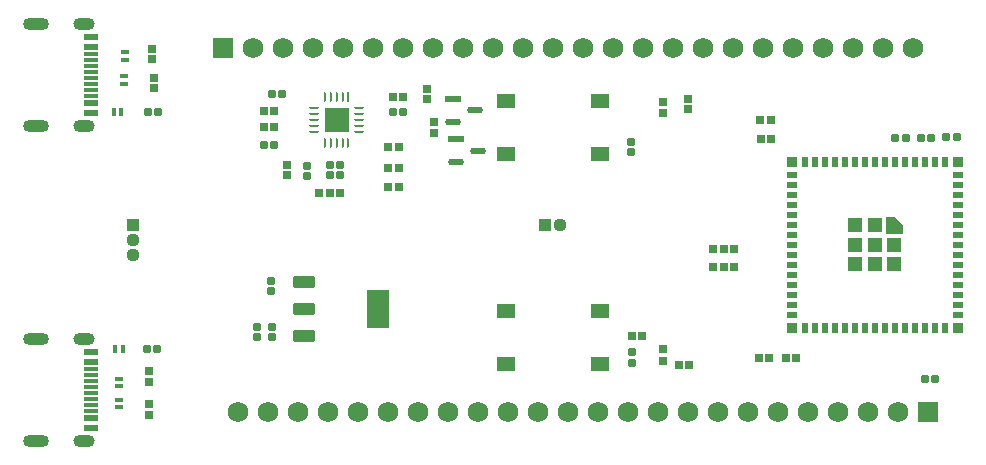
<source format=gts>
G04*
G04 #@! TF.GenerationSoftware,Altium Limited,Altium Designer,24.5.2 (23)*
G04*
G04 Layer_Color=8388736*
%FSLAX25Y25*%
%MOIN*%
G70*
G04*
G04 #@! TF.SameCoordinates,F3A3955B-CDAA-4A41-8258-469B26568034*
G04*
G04*
G04 #@! TF.FilePolarity,Negative*
G04*
G01*
G75*
G04:AMPARAMS|DCode=20|XSize=53.43mil|YSize=22.53mil|CornerRadius=11.26mil|HoleSize=0mil|Usage=FLASHONLY|Rotation=0.000|XOffset=0mil|YOffset=0mil|HoleType=Round|Shape=RoundedRectangle|*
%AMROUNDEDRECTD20*
21,1,0.05343,0.00000,0,0,0.0*
21,1,0.03091,0.02253,0,0,0.0*
1,1,0.02253,0.01545,0.00000*
1,1,0.02253,-0.01545,0.00000*
1,1,0.02253,-0.01545,0.00000*
1,1,0.02253,0.01545,0.00000*
%
%ADD20ROUNDEDRECTD20*%
%ADD21R,0.05343X0.02253*%
%ADD28R,0.04528X0.01181*%
%ADD29R,0.04528X0.02362*%
%ADD31R,0.06102X0.05118*%
G04:AMPARAMS|DCode=35|XSize=33.06mil|YSize=9.55mil|CornerRadius=4.77mil|HoleSize=0mil|Usage=FLASHONLY|Rotation=270.000|XOffset=0mil|YOffset=0mil|HoleType=Round|Shape=RoundedRectangle|*
%AMROUNDEDRECTD35*
21,1,0.03306,0.00000,0,0,270.0*
21,1,0.02351,0.00955,0,0,270.0*
1,1,0.00955,0.00000,-0.01176*
1,1,0.00955,0.00000,0.01176*
1,1,0.00955,0.00000,0.01176*
1,1,0.00955,0.00000,-0.01176*
%
%ADD35ROUNDEDRECTD35*%
G04:AMPARAMS|DCode=36|XSize=9.55mil|YSize=33.06mil|CornerRadius=4.77mil|HoleSize=0mil|Usage=FLASHONLY|Rotation=270.000|XOffset=0mil|YOffset=0mil|HoleType=Round|Shape=RoundedRectangle|*
%AMROUNDEDRECTD36*
21,1,0.00955,0.02351,0,0,270.0*
21,1,0.00000,0.03306,0,0,270.0*
1,1,0.00955,-0.01176,0.00000*
1,1,0.00955,-0.01176,0.00000*
1,1,0.00955,0.01176,0.00000*
1,1,0.00955,0.01176,0.00000*
%
%ADD36ROUNDEDRECTD36*%
%ADD37R,0.00955X0.03306*%
%ADD38R,0.01778X0.02762*%
%ADD39R,0.02526X0.02762*%
%ADD40R,0.02762X0.01778*%
%ADD41R,0.02762X0.02526*%
%ADD42R,0.03550X0.03550*%
%ADD43R,0.01975X0.03550*%
%ADD44R,0.03550X0.01975*%
%ADD45R,0.05124X0.05124*%
G04:AMPARAMS|DCode=46|XSize=27.62mil|YSize=25.26mil|CornerRadius=7.63mil|HoleSize=0mil|Usage=FLASHONLY|Rotation=90.000|XOffset=0mil|YOffset=0mil|HoleType=Round|Shape=RoundedRectangle|*
%AMROUNDEDRECTD46*
21,1,0.02762,0.00999,0,0,90.0*
21,1,0.01235,0.02526,0,0,90.0*
1,1,0.01527,0.00500,0.00618*
1,1,0.01527,0.00500,-0.00618*
1,1,0.01527,-0.00500,-0.00618*
1,1,0.01527,-0.00500,0.00618*
%
%ADD46ROUNDEDRECTD46*%
G04:AMPARAMS|DCode=47|XSize=27.62mil|YSize=25.26mil|CornerRadius=7.63mil|HoleSize=0mil|Usage=FLASHONLY|Rotation=180.000|XOffset=0mil|YOffset=0mil|HoleType=Round|Shape=RoundedRectangle|*
%AMROUNDEDRECTD47*
21,1,0.02762,0.00999,0,0,180.0*
21,1,0.01235,0.02526,0,0,180.0*
1,1,0.01527,-0.00618,0.00500*
1,1,0.01527,0.00618,0.00500*
1,1,0.01527,0.00618,-0.00500*
1,1,0.01527,-0.00618,-0.00500*
%
%ADD47ROUNDEDRECTD47*%
G04:AMPARAMS|DCode=48|XSize=129.98mil|YSize=72.9mil|CornerRadius=4.07mil|HoleSize=0mil|Usage=FLASHONLY|Rotation=90.000|XOffset=0mil|YOffset=0mil|HoleType=Round|Shape=RoundedRectangle|*
%AMROUNDEDRECTD48*
21,1,0.12998,0.06476,0,0,90.0*
21,1,0.12185,0.07290,0,0,90.0*
1,1,0.00813,0.03238,0.06093*
1,1,0.00813,0.03238,-0.06093*
1,1,0.00813,-0.03238,-0.06093*
1,1,0.00813,-0.03238,0.06093*
%
%ADD48ROUNDEDRECTD48*%
G04:AMPARAMS|DCode=49|XSize=39.43mil|YSize=72.9mil|CornerRadius=3.95mil|HoleSize=0mil|Usage=FLASHONLY|Rotation=90.000|XOffset=0mil|YOffset=0mil|HoleType=Round|Shape=RoundedRectangle|*
%AMROUNDEDRECTD49*
21,1,0.03943,0.06500,0,0,90.0*
21,1,0.03154,0.07290,0,0,90.0*
1,1,0.00790,0.03250,0.01577*
1,1,0.00790,0.03250,-0.01577*
1,1,0.00790,-0.03250,-0.01577*
1,1,0.00790,-0.03250,0.01577*
%
%ADD49ROUNDEDRECTD49*%
%ADD50R,0.03156X0.02762*%
%ADD51R,0.08071X0.08071*%
%ADD52C,0.06800*%
%ADD53R,0.06800X0.06800*%
%ADD54R,0.04400X0.04400*%
G04:AMPARAMS|DCode=55|XSize=39.37mil|YSize=86.61mil|CornerRadius=19.68mil|HoleSize=0mil|Usage=FLASHONLY|Rotation=270.000|XOffset=0mil|YOffset=0mil|HoleType=Round|Shape=RoundedRectangle|*
%AMROUNDEDRECTD55*
21,1,0.03937,0.04724,0,0,270.0*
21,1,0.00000,0.08661,0,0,270.0*
1,1,0.03937,-0.02362,0.00000*
1,1,0.03937,-0.02362,0.00000*
1,1,0.03937,0.02362,0.00000*
1,1,0.03937,0.02362,0.00000*
%
%ADD55ROUNDEDRECTD55*%
G04:AMPARAMS|DCode=56|XSize=39.37mil|YSize=70.87mil|CornerRadius=19.68mil|HoleSize=0mil|Usage=FLASHONLY|Rotation=270.000|XOffset=0mil|YOffset=0mil|HoleType=Round|Shape=RoundedRectangle|*
%AMROUNDEDRECTD56*
21,1,0.03937,0.03150,0,0,270.0*
21,1,0.00000,0.07087,0,0,270.0*
1,1,0.03937,-0.01575,0.00000*
1,1,0.03937,-0.01575,0.00000*
1,1,0.03937,0.01575,0.00000*
1,1,0.03937,0.01575,0.00000*
%
%ADD56ROUNDEDRECTD56*%
%ADD57C,0.04400*%
%ADD58R,0.04400X0.04400*%
G36*
X293681Y74587D02*
Y80098D01*
X296634D01*
X299193Y77539D01*
Y74587D01*
X293681D01*
D02*
G37*
D20*
X156642Y115700D02*
D03*
X149158Y111960D02*
D03*
X150300Y98520D02*
D03*
X157785Y102260D02*
D03*
D21*
X149158Y119440D02*
D03*
X150300Y106000D02*
D03*
D28*
X28484Y126516D02*
D03*
Y130453D02*
D03*
Y124547D02*
D03*
Y128484D02*
D03*
Y132421D02*
D03*
Y120610D02*
D03*
Y15610D02*
D03*
Y17579D02*
D03*
Y19547D02*
D03*
Y21516D02*
D03*
Y23484D02*
D03*
Y25453D02*
D03*
Y27421D02*
D03*
Y29390D02*
D03*
Y122579D02*
D03*
Y134390D02*
D03*
D29*
Y136949D02*
D03*
Y9902D02*
D03*
Y35098D02*
D03*
Y140098D02*
D03*
Y31949D02*
D03*
Y13051D02*
D03*
Y114902D02*
D03*
Y118051D02*
D03*
D31*
X166850Y118858D02*
D03*
X198150D02*
D03*
X166850Y48858D02*
D03*
X198150D02*
D03*
X166850Y101142D02*
D03*
X198150D02*
D03*
X166850Y31142D02*
D03*
X198150D02*
D03*
D35*
X110531Y104917D02*
D03*
Y120000D02*
D03*
X114469Y104917D02*
D03*
X112500D02*
D03*
X108563D02*
D03*
X106595D02*
D03*
Y120000D02*
D03*
X108563D02*
D03*
X112500D02*
D03*
D36*
X118073Y116396D02*
D03*
Y114427D02*
D03*
Y112459D02*
D03*
Y110490D02*
D03*
Y108522D02*
D03*
X102990D02*
D03*
Y110490D02*
D03*
Y112459D02*
D03*
Y114427D02*
D03*
Y116396D02*
D03*
D37*
X114469Y120000D02*
D03*
D38*
X36220Y115000D02*
D03*
X38780D02*
D03*
X36720Y36000D02*
D03*
X39279D02*
D03*
D39*
X212301Y40600D02*
D03*
X208899D02*
D03*
X224699Y30700D02*
D03*
X228101D02*
D03*
X239498Y69500D02*
D03*
X242900D02*
D03*
X239498Y63500D02*
D03*
X242900D02*
D03*
X251298Y33200D02*
D03*
X254700D02*
D03*
X86299Y110000D02*
D03*
X86199Y115400D02*
D03*
X131201Y103500D02*
D03*
Y96500D02*
D03*
Y90000D02*
D03*
X251799Y112500D02*
D03*
X104799Y88000D02*
D03*
X132701Y120000D02*
D03*
X111701Y88000D02*
D03*
X108201D02*
D03*
X108299D02*
D03*
X129299Y120000D02*
D03*
X89701Y110000D02*
D03*
X127799Y103500D02*
D03*
X89601Y115400D02*
D03*
X127799Y90000D02*
D03*
Y96500D02*
D03*
X263700Y33000D02*
D03*
X260298D02*
D03*
X255201Y112500D02*
D03*
X252000Y106000D02*
D03*
X255402D02*
D03*
X236100Y69500D02*
D03*
X239502D02*
D03*
X236100Y63500D02*
D03*
X239502D02*
D03*
D40*
X39700Y124420D02*
D03*
Y126979D02*
D03*
X40000Y132441D02*
D03*
X38000Y26280D02*
D03*
Y16721D02*
D03*
X40000Y135000D02*
D03*
X38000Y23720D02*
D03*
Y19279D02*
D03*
D41*
X140700Y122801D02*
D03*
Y119399D02*
D03*
X142900Y111701D02*
D03*
Y108299D02*
D03*
X49000Y136201D02*
D03*
X49500Y123199D02*
D03*
X48000Y17701D02*
D03*
Y25299D02*
D03*
X49500Y126601D02*
D03*
X49000Y132799D02*
D03*
X227600Y115999D02*
D03*
X93900Y93999D02*
D03*
Y97401D02*
D03*
X227600Y119401D02*
D03*
X48000Y28701D02*
D03*
Y14299D02*
D03*
D42*
X317500Y98405D02*
D03*
X262382D02*
D03*
X317500Y43287D02*
D03*
X262382D02*
D03*
D43*
X313366Y98405D02*
D03*
X310020D02*
D03*
X306673D02*
D03*
X303327D02*
D03*
X299980D02*
D03*
X296634D02*
D03*
X293287D02*
D03*
X289941D02*
D03*
X286595D02*
D03*
X283248D02*
D03*
X279902D02*
D03*
X276555D02*
D03*
X273209D02*
D03*
X269862D02*
D03*
X266516D02*
D03*
Y43287D02*
D03*
X269862D02*
D03*
X273209D02*
D03*
X276555D02*
D03*
X279902D02*
D03*
X283248D02*
D03*
X286595D02*
D03*
X289941D02*
D03*
X293287D02*
D03*
X296634D02*
D03*
X299980D02*
D03*
X303327D02*
D03*
X306673D02*
D03*
X310020D02*
D03*
X313366D02*
D03*
D44*
X262382Y94272D02*
D03*
Y90925D02*
D03*
Y87579D02*
D03*
Y84232D02*
D03*
Y80886D02*
D03*
Y77539D02*
D03*
Y74193D02*
D03*
Y70846D02*
D03*
Y67500D02*
D03*
Y64153D02*
D03*
Y60807D02*
D03*
Y57461D02*
D03*
Y54114D02*
D03*
Y50768D02*
D03*
Y47421D02*
D03*
X317500D02*
D03*
Y50768D02*
D03*
Y54114D02*
D03*
Y57461D02*
D03*
Y60807D02*
D03*
Y64153D02*
D03*
Y67500D02*
D03*
Y70846D02*
D03*
Y74193D02*
D03*
Y77539D02*
D03*
Y80886D02*
D03*
Y84232D02*
D03*
Y87579D02*
D03*
Y90925D02*
D03*
Y94272D02*
D03*
D45*
X289941Y70846D02*
D03*
X296437D02*
D03*
Y64350D02*
D03*
X289941D02*
D03*
X283445D02*
D03*
Y70846D02*
D03*
Y77342D02*
D03*
X289941D02*
D03*
D46*
X296807Y106500D02*
D03*
X300193D02*
D03*
X308593Y106600D02*
D03*
X305207D02*
D03*
X47614Y115000D02*
D03*
X50693Y36000D02*
D03*
X89007Y121200D02*
D03*
X132693Y115000D02*
D03*
X86407Y104100D02*
D03*
X317193Y106700D02*
D03*
X306714Y26000D02*
D03*
X51000Y115000D02*
D03*
X111693Y94000D02*
D03*
X111593Y97400D02*
D03*
X92393Y121200D02*
D03*
X313807Y106700D02*
D03*
X310100Y26000D02*
D03*
X129307Y115000D02*
D03*
X89793Y104100D02*
D03*
X108207Y97400D02*
D03*
X108307Y94000D02*
D03*
X47307Y36000D02*
D03*
D47*
X208800Y101907D02*
D03*
X208900Y31607D02*
D03*
X88600Y55307D02*
D03*
X84000Y43593D02*
D03*
X89000Y43493D02*
D03*
X100500Y93907D02*
D03*
X88600Y58693D02*
D03*
X100500Y97293D02*
D03*
X89000Y40107D02*
D03*
X84000Y40207D02*
D03*
X208900Y34993D02*
D03*
X208800Y105293D02*
D03*
D48*
X124303Y49400D02*
D03*
D49*
X99697D02*
D03*
Y58455D02*
D03*
Y40345D02*
D03*
D50*
X219300Y32230D02*
D03*
Y118440D02*
D03*
Y35970D02*
D03*
Y114700D02*
D03*
D51*
X110531Y112459D02*
D03*
D52*
X302500Y136500D02*
D03*
X292500D02*
D03*
X282500D02*
D03*
X272500D02*
D03*
X262500D02*
D03*
X252500D02*
D03*
X242500D02*
D03*
X232500D02*
D03*
X222500D02*
D03*
X212500D02*
D03*
X202500D02*
D03*
X192500D02*
D03*
X182500D02*
D03*
X172500D02*
D03*
X162500D02*
D03*
X152500D02*
D03*
X142500D02*
D03*
X132500D02*
D03*
X122500D02*
D03*
X112500D02*
D03*
X102500D02*
D03*
X92500D02*
D03*
X82500D02*
D03*
X297500Y15000D02*
D03*
X287500D02*
D03*
X277500D02*
D03*
X267500D02*
D03*
X257500D02*
D03*
X247500D02*
D03*
X237500D02*
D03*
X227500D02*
D03*
X217500D02*
D03*
X207500D02*
D03*
X197500D02*
D03*
X187500D02*
D03*
X177500D02*
D03*
X167500D02*
D03*
X157500D02*
D03*
X147500D02*
D03*
X137500D02*
D03*
X127500D02*
D03*
X117500D02*
D03*
X107500D02*
D03*
X97500D02*
D03*
X87500D02*
D03*
X77500D02*
D03*
D53*
X72500Y136500D02*
D03*
X307500Y15000D02*
D03*
D54*
X42500Y77500D02*
D03*
D55*
X10472Y39508D02*
D03*
Y5492D02*
D03*
Y144508D02*
D03*
Y110492D02*
D03*
D56*
X26221Y39508D02*
D03*
Y5492D02*
D03*
Y144508D02*
D03*
Y110492D02*
D03*
D57*
X42500Y72500D02*
D03*
X185000Y77500D02*
D03*
X42500Y67500D02*
D03*
D58*
X180000Y77500D02*
D03*
M02*

</source>
